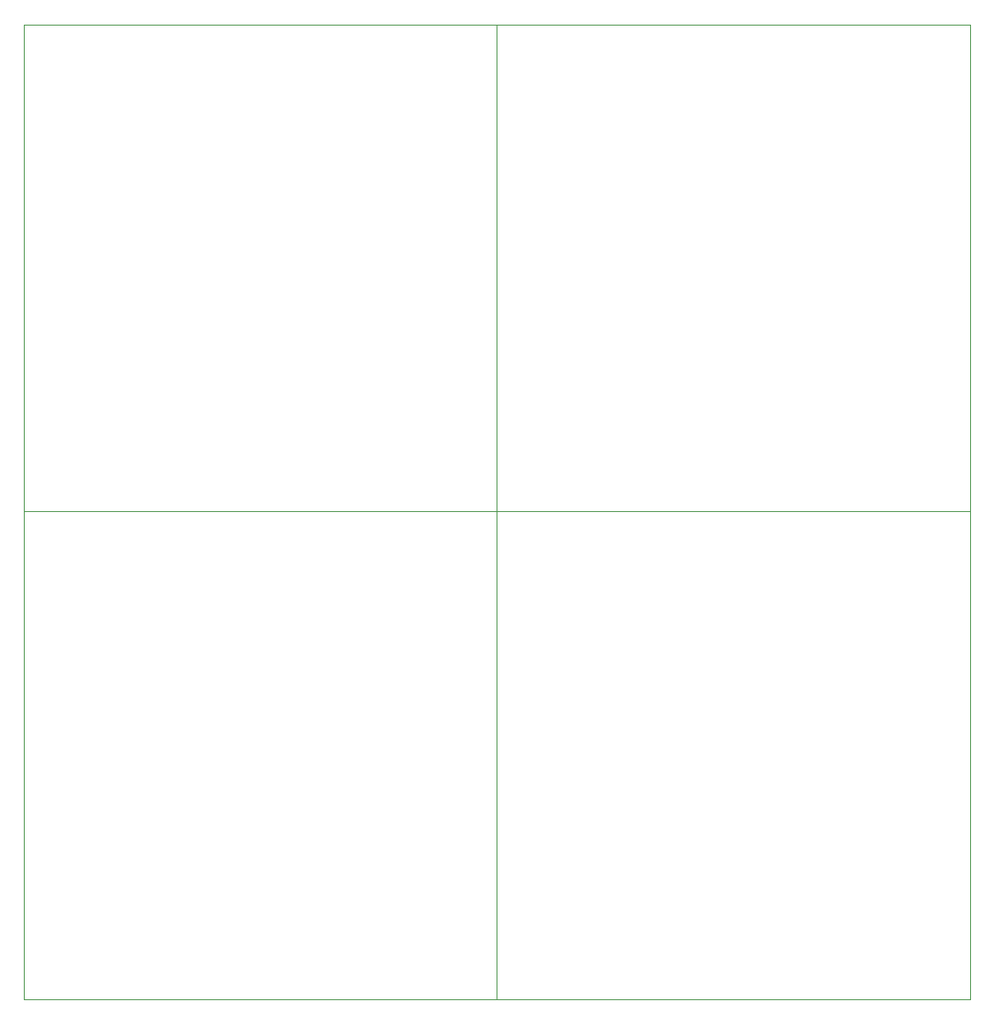
<source format=gm1>
G04 #@! TF.FileFunction,Profile,NP*
%FSLAX46Y46*%
G04 Gerber Fmt 4.6, Leading zero omitted, Abs format (unit mm)*
G04 Created by KiCad (PCBNEW 4.0.2-stable) date Thursday, August 11, 2016 'pmt' 07:15:48 pm*
%MOMM*%
G01*
G04 APERTURE LIST*
%ADD10C,0.100000*%
%ADD11C,0.010000*%
G04 APERTURE END LIST*
D10*
D11*
X13716000Y-13716000D02*
X107823000Y-13716000D01*
X13716000Y-110617000D02*
X107823000Y-110617000D01*
X13716000Y-13716000D02*
X13716000Y-110617000D01*
X107823000Y-13716000D02*
X107823000Y-110617000D01*
X13716000Y-62103000D02*
X107823000Y-62103000D01*
X60706000Y-13716000D02*
X60706000Y-110617000D01*
M02*

</source>
